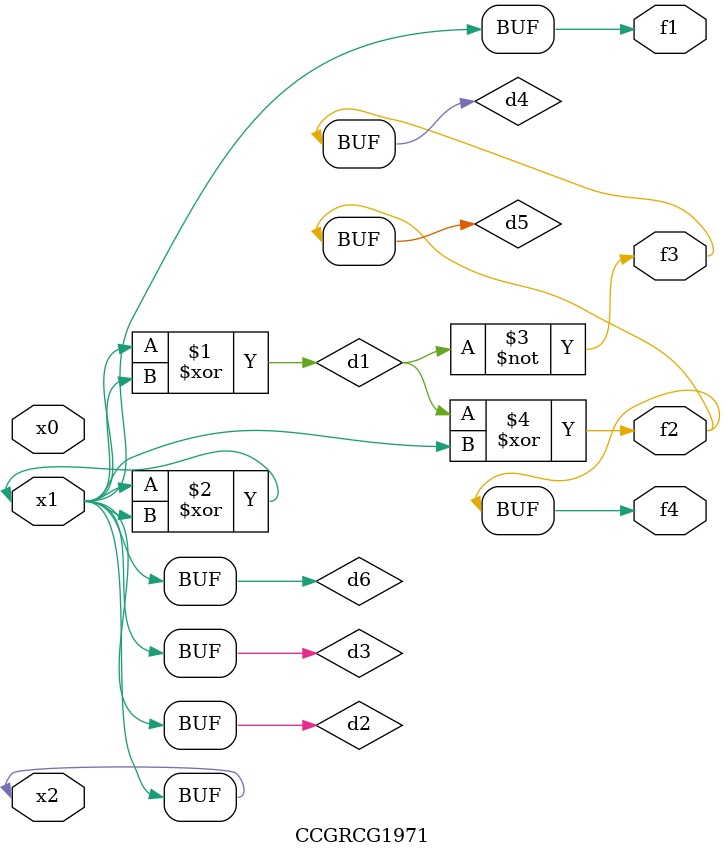
<source format=v>
module CCGRCG1971(
	input x0, x1, x2,
	output f1, f2, f3, f4
);

	wire d1, d2, d3, d4, d5, d6;

	xor (d1, x1, x2);
	buf (d2, x1, x2);
	xor (d3, x1, x2);
	nor (d4, d1);
	xor (d5, d1, d2);
	buf (d6, d2, d3);
	assign f1 = d6;
	assign f2 = d5;
	assign f3 = d4;
	assign f4 = d5;
endmodule

</source>
